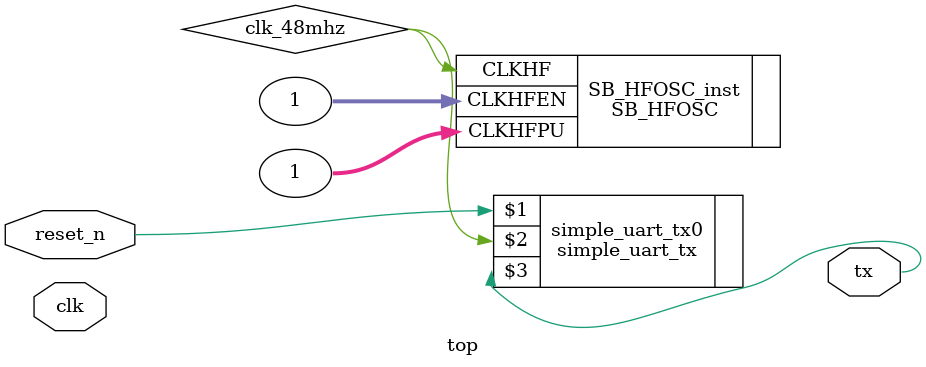
<source format=v>
module top (
    input  clk,
    input  reset_n,
    output tx
);
  wire clk_48mhz;
  SB_HFOSC SB_HFOSC_inst (
      .CLKHFEN(1),
      .CLKHFPU(1),
      .CLKHF  (clk_48mhz)
  );

  simple_uart_tx simple_uart_tx0 (
      reset_n,
      clk_48mhz,
      tx
  );




endmodule

</source>
